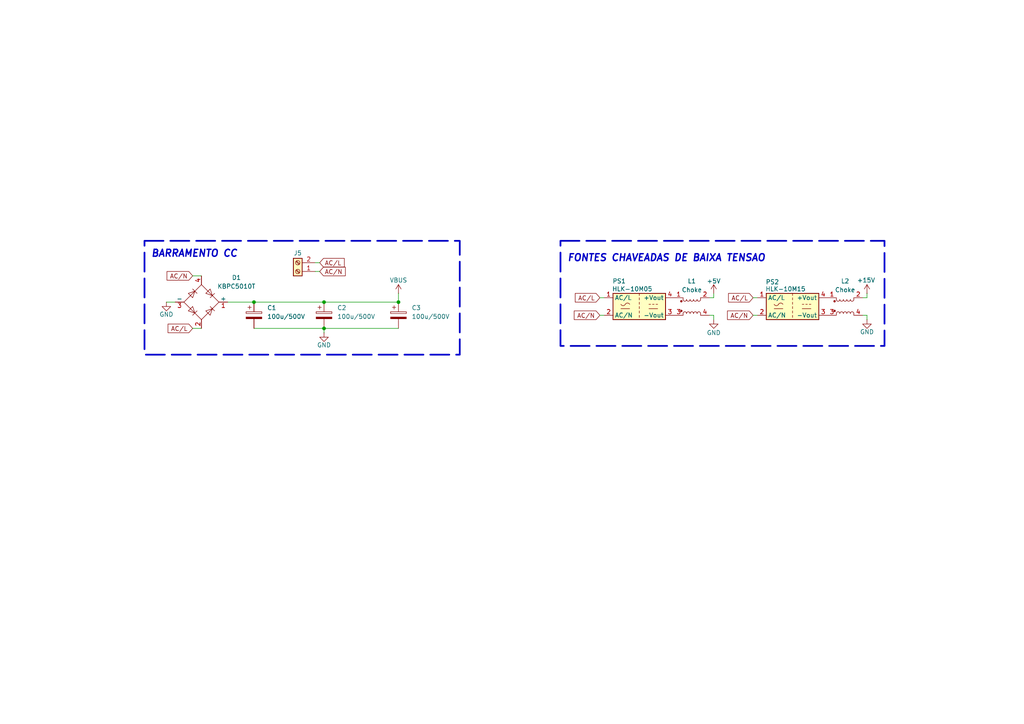
<source format=kicad_sch>
(kicad_sch (version 20231120) (generator "eeschema") (generator_version "8.0")
  (paper "A4")
  (title_block (title "Fonte de Entrada do Inversor") (date "2025-02-22") (rev "V1") (company "Autor: José Fonseca") (comment 1 "UFPEL") (comment 2 "GSIC"))
  (lib_symbols
    (symbol "Connector:Screw_Terminal_01x02" (pin_names (offset 1.016) hide)
      (property "Reference" "J" (at 0 2.54 0))
      (property "Value" "Screw_Terminal_01x02" (at 0 -5.08 0))
      (symbol "Screw_Terminal_01x02_1_1"
        (rectangle (start -1.27 1.27) (end 1.27 -3.81) (stroke (width 0.254)) (fill (type background)))
        (circle (center 0 -2.54) (radius 0.635) (stroke (width 0.1524)))
        (polyline (pts (xy -0.5334 -2.2098) (xy 0.3302 -3.048)) (stroke (width 0.1524)))
        (polyline (pts (xy -0.5334 0.3302) (xy 0.3302 -0.508)) (stroke (width 0.1524)))
        (polyline (pts (xy -0.3556 -2.032) (xy 0.508 -2.8702)) (stroke (width 0.1524)))
        (polyline (pts (xy -0.3556 0.508) (xy 0.508 -0.3302)) (stroke (width 0.1524)))
        (circle (center 0 0) (radius 0.635) (stroke (width 0.1524)))
        (pin passive line (at -5.08 0 0) (length 3.81) (name "Pin_1") (number "1"))
        (pin passive line (at -5.08 -2.54 0) (length 3.81) (name "Pin_2") (number "2"))
      )
    )
    (symbol "Converter_ACDC:HLK-10M05"
      (property "Reference" "PS" (at 0 5.08 0))
      (property "Value" "HLK-10M05" (at 0 -5.08 0))
      (symbol "HLK-10M05_0_1"
        (rectangle (start -7.62 3.81) (end 7.62 -3.81) (stroke (width 0.254)) (fill (type background)))
        (arc (start -5.334 0.635) (mid -4.699 0.2495) (end -4.064 0.635))
        (arc (start -2.794 0.635) (mid -3.429 1.0072) (end -4.064 0.635))
        (polyline (pts (xy -5.334 -0.635) (xy -2.794 -0.635)))
        (polyline (pts (xy 0 -2.54) (xy 0 -3.175)))
        (polyline (pts (xy 0 -1.27) (xy 0 -1.905)))
        (polyline (pts (xy 0 0) (xy 0 -0.635)))
        (polyline (pts (xy 0 1.27) (xy 0 0.635)))
        (polyline (pts (xy 0 2.54) (xy 0 1.905)))
        (polyline (pts (xy 0 3.81) (xy 0 3.175)))
        (polyline (pts (xy 2.794 -0.635) (xy 5.334 -0.635)))
        (polyline (pts (xy 2.794 0.635) (xy 3.302 0.635)))
        (polyline (pts (xy 3.81 0.635) (xy 4.318 0.635)))
        (polyline (pts (xy 4.826 0.635) (xy 5.334 0.635)))
      )
      (symbol "HLK-10M05_1_1"
        (pin power_in line (at -10.16 2.54 0) (length 2.54) (name "AC/L") (number "1"))
        (pin power_in line (at -10.16 -2.54 0) (length 2.54) (name "AC/N") (number "2"))
        (pin power_out line (at 10.16 -2.54 180) (length 2.54) (name "-Vout") (number "3"))
        (pin power_out line (at 10.16 2.54 180) (length 2.54) (name "+Vout") (number "4"))
      )
    )
    (symbol "Converter_ACDC:HLK-10M15"
      (property "Reference" "PS" (at 0 5.08 0))
      (property "Value" "HLK-10M15" (at 0 -5.08 0))
      (symbol "HLK-10M15_0_1"
        (rectangle (start -7.62 3.81) (end 7.62 -3.81) (stroke (width 0.254)) (fill (type background)))
        (arc (start -5.334 0.635) (mid -4.699 0.2495) (end -4.064 0.635))
        (arc (start -2.794 0.635) (mid -3.429 1.0072) (end -4.064 0.635))
        (polyline (pts (xy -5.334 -0.635) (xy -2.794 -0.635)))
        (polyline (pts (xy 0 -2.54) (xy 0 -3.175)))
        (polyline (pts (xy 0 -1.27) (xy 0 -1.905)))
        (polyline (pts (xy 0 0) (xy 0 -0.635)))
        (polyline (pts (xy 0 1.27) (xy 0 0.635)))
        (polyline (pts (xy 0 2.54) (xy 0 1.905)))
        (polyline (pts (xy 0 3.81) (xy 0 3.175)))
        (polyline (pts (xy 2.794 -0.635) (xy 5.334 -0.635)))
        (polyline (pts (xy 2.794 0.635) (xy 3.302 0.635)))
        (polyline (pts (xy 3.81 0.635) (xy 4.318 0.635)))
        (polyline (pts (xy 4.826 0.635) (xy 5.334 0.635)))
      )
      (symbol "HLK-10M15_1_1"
        (pin power_in line (at -10.16 2.54 0) (length 2.54) (name "AC/L") (number "1"))
        (pin power_in line (at -10.16 -2.54 0) (length 2.54) (name "AC/N") (number "2"))
        (pin power_out line (at 10.16 -2.54 180) (length 2.54) (name "-Vout") (number "3"))
        (pin power_out line (at 10.16 2.54 180) (length 2.54) (name "+Vout") (number "4"))
      )
    )
    (symbol "Device:C_Polarized" (pin_numbers hide) (pin_names (offset 0.254))
      (property "Reference" "C" (at 0.635 2.54 0))
      (property "Value" "C_Polarized" (at 0.635 -2.54 0))
      (symbol "C_Polarized_0_1"
        (rectangle (start -2.286 0.508) (end 2.286 1.016))
        (polyline (pts (xy -1.778 2.286) (xy -0.762 2.286)))
        (polyline (pts (xy -1.27 2.794) (xy -1.27 1.778)))
        (rectangle (start 2.286 -0.508) (end -2.286 -1.016) (fill (type outline)))
      )
      (symbol "C_Polarized_1_1"
        (pin passive line (at 0 3.81 270) (length 2.794) (name "~") (number "1"))
        (pin passive line (at 0 -3.81 90) (length 2.794) (name "~") (number "2"))
      )
    )
    (symbol "Device:L_Coupled" (pin_names (offset 0.254) hide)
      (property "Reference" "L" (at 0 4.445 0))
      (property "Value" "L_Coupled" (at 0 -4.445 0))
      (symbol "L_Coupled_0_1"
        (circle (center -3.048 -1.27) (radius 0.254) (fill (type outline)))
        (circle (center -3.048 1.524) (radius 0.254) (fill (type outline)))
        (arc (start -2.54 2.032) (mid -2.032 1.5262) (end -1.524 2.032))
        (arc (start -1.524 -2.032) (mid -2.032 -1.5262) (end -2.54 -2.032))
        (arc (start -1.524 2.032) (mid -1.016 1.5262) (end -0.508 2.032))
        (arc (start -0.508 -2.032) (mid -1.016 -1.5262) (end -1.524 -2.032))
        (arc (start -0.508 2.032) (mid 0 1.5262) (end 0.508 2.032))
        (polyline (pts (xy -2.54 -2.032) (xy -2.54 -2.54)))
        (polyline (pts (xy -2.54 2.032) (xy -2.54 2.54)))
        (polyline (pts (xy 2.54 -2.032) (xy 2.54 -2.54)))
        (polyline (pts (xy 2.54 2.54) (xy 2.54 2.032)))
        (arc (start 0.508 -2.032) (mid 0 -1.5262) (end -0.508 -2.032))
        (arc (start 0.508 2.032) (mid 1.016 1.5262) (end 1.524 2.032))
        (arc (start 1.524 -2.032) (mid 1.016 -1.5262) (end 0.508 -2.032))
        (arc (start 1.524 2.032) (mid 2.032 1.5262) (end 2.54 2.032))
        (arc (start 2.54 -2.032) (mid 2.032 -1.5262) (end 1.524 -2.032))
      )
      (symbol "L_Coupled_1_1"
        (pin passive line (at -5.08 2.54 0) (length 2.54) (name "1") (number "1"))
        (pin passive line (at 5.08 2.54 180) (length 2.54) (name "2") (number "2"))
        (pin passive line (at -5.08 -2.54 0) (length 2.54) (name "3") (number "3"))
        (pin passive line (at 5.08 -2.54 180) (length 2.54) (name "4") (number "4"))
      )
    )
    (symbol "Diode_Bridge:KBPC5010T" (pin_names (offset 0))
      (property "Reference" "D" (at 7.62 7.62 0))
      (property "Value" "KBPC5010T" (at 7.62 5.08 0))
      (symbol "KBPC5010T_0_1"
        (polyline (pts (xy -2.54 3.81) (xy -1.27 2.54)))
        (polyline (pts (xy -1.27 -2.54) (xy -2.54 -3.81)))
        (polyline (pts (xy 2.54 -1.27) (xy 3.81 -2.54)))
        (polyline (pts (xy 2.54 1.27) (xy 3.81 2.54)))
        (polyline (pts (xy -3.81 2.54) (xy -2.54 1.27) (xy -1.905 3.175) (xy -3.81 2.54)))
        (polyline (pts (xy -2.54 -1.27) (xy -3.81 -2.54) (xy -1.905 -3.175) (xy -2.54 -1.27)))
        (polyline (pts (xy 1.27 2.54) (xy 2.54 3.81) (xy 3.175 1.905) (xy 1.27 2.54)))
        (polyline (pts (xy 3.175 -1.905) (xy 1.27 -2.54) (xy 2.54 -3.81) (xy 3.175 -1.905)))
        (polyline (pts (xy -5.08 0) (xy 0 -5.08) (xy 5.08 0) (xy 0 5.08) (xy -5.08 0)))
      )
      (symbol "KBPC5010T_1_1"
        (pin passive line (at 7.62 0 180) (length 2.54) (name "+") (number "1"))
        (pin passive line (at 0 -7.62 90) (length 2.54) (name "~") (number "2"))
        (pin passive line (at -7.62 0 0) (length 2.54) (name "-") (number "3"))
        (pin passive line (at 0 7.62 270) (length 2.54) (name "~") (number "4"))
      )
    )
    (symbol "power:+15V" (power) (pin_numbers hide) (pin_names (offset 0) hide)
      (property "Value" "+15V" (at 0 3.556 0))
      (symbol "+15V_0_1"
        (polyline (pts (xy -0.762 1.27) (xy 0 2.54)))
        (polyline (pts (xy 0 0) (xy 0 2.54)))
        (polyline (pts (xy 0 2.54) (xy 0.762 1.27)))
      )
      (symbol "+15V_1_1"
        (pin power_in line (at 0 0 90) (length 0) (name "~") (number "1"))
      )
    )
    (symbol "power:+5V" (power) (pin_numbers hide) (pin_names (offset 0) hide)
      (property "Value" "+5V" (at 0 3.556 0))
      (symbol "+5V_0_1"
        (polyline (pts (xy -0.762 1.27) (xy 0 2.54)))
        (polyline (pts (xy 0 0) (xy 0 2.54)))
        (polyline (pts (xy 0 2.54) (xy 0.762 1.27)))
      )
      (symbol "+5V_1_1"
        (pin power_in line (at 0 0 90) (length 0) (name "~") (number "1"))
      )
    )
    (symbol "power:GND" (power) (pin_numbers hide) (pin_names (offset 0) hide)
      (property "Value" "GND" (at 0 -3.81 0))
      (symbol "GND_0_1"
        (polyline (pts (xy 0 0) (xy 0 -1.27) (xy 1.27 -1.27) (xy 0 -2.54) (xy -1.27 -1.27) (xy 0 -1.27)))
      )
      (symbol "GND_1_1"
        (pin power_in line (at 0 0 270) (length 0) (name "~") (number "1"))
      )
    )
    (symbol "power:VBUS" (power) (pin_numbers hide) (pin_names (offset 0) hide)
      (property "Value" "VBUS" (at 0 3.556 0))
      (symbol "VBUS_0_1"
        (polyline (pts (xy -0.762 1.27) (xy 0 2.54)))
        (polyline (pts (xy 0 0) (xy 0 2.54)))
        (polyline (pts (xy 0 2.54) (xy 0.762 1.27)))
      )
      (symbol "VBUS_1_1"
        (pin power_in line (at 0 0 90) (length 0) (name "~") (number "1"))
      )
    )
  )
  (junction (at 93.98 95.25))
  (junction (at 115.57 87.63))
  (junction (at 93.98 87.63))
  (junction (at 73.66 87.63))
  (wire (pts (xy 93.98 96.52) (xy 93.98 95.25)))
  (wire (pts (xy 218.44 91.44) (xy 219.71 91.44)))
  (wire (pts (xy 218.44 86.36) (xy 219.71 86.36)))
  (wire (pts (xy 92.71 76.2) (xy 91.44 76.2)))
  (wire (pts (xy 55.88 80.01) (xy 58.42 80.01)))
  (wire (pts (xy 207.01 91.44) (xy 207.01 92.71)))
  (wire (pts (xy 205.74 91.44) (xy 207.01 91.44)))
  (wire (pts (xy 48.26 87.63) (xy 50.8 87.63)))
  (wire (pts (xy 73.66 87.63) (xy 93.98 87.63)))
  (wire (pts (xy 55.88 95.25) (xy 58.42 95.25)))
  (wire (pts (xy 251.46 86.36) (xy 251.46 85.09)))
  (wire (pts (xy 92.71 78.74) (xy 91.44 78.74)))
  (wire (pts (xy 173.99 86.36) (xy 175.26 86.36)))
  (wire (pts (xy 251.46 91.44) (xy 251.46 92.71)))
  (wire (pts (xy 173.99 91.44) (xy 175.26 91.44)))
  (wire (pts (xy 250.19 91.44) (xy 251.46 91.44)))
  (wire (pts (xy 250.19 86.36) (xy 251.46 86.36)))
  (wire (pts (xy 207.01 86.36) (xy 207.01 85.09)))
  (wire (pts (xy 73.66 95.25) (xy 93.98 95.25)))
  (wire (pts (xy 93.98 95.25) (xy 115.57 95.25)))
  (wire (pts (xy 93.98 87.63) (xy 115.57 87.63)))
  (wire (pts (xy 207.01 86.36) (xy 205.74 86.36)))
  (wire (pts (xy 66.04 87.63) (xy 73.66 87.63)))
  (wire (pts (xy 115.57 85.09) (xy 115.57 87.63)))
  (rectangle (start 162.56 69.85) (end 256.54 100.33) (stroke (width 0.5) (type dash)))
  (rectangle (start 41.91 69.85) (end 133.35 102.87) (stroke (width 0.5) (type dash)))
  (text "BARRAMENTO CC" (at 56.388 73.66 0) (effects (font (size 2 2) (bold yes) (italic yes))))
  (text "FONTES CHAVEADAS DE BAIXA TENSAO" (at 193.294 74.93 0) (effects (font (size 2 2) (bold yes) (italic yes))))
  (global_label "AC{slash}N" (shape input) (at 92.71 78.74 0) (property "Intersheetrefs" "${INTERSHEET_REFS}" (effects (hide yes))))
  (global_label "AC{slash}L" (shape input) (at 55.88 95.25 180) (property "Intersheetrefs" "${INTERSHEET_REFS}" (effects (hide yes))))
  (global_label "AC{slash}L" (shape input) (at 173.99 86.36 180) (property "Intersheetrefs" "${INTERSHEET_REFS}" (effects (hide yes))))
  (global_label "AC{slash}L" (shape input) (at 218.44 86.36 180) (property "Intersheetrefs" "${INTERSHEET_REFS}" (effects (hide yes))))
  (global_label "AC{slash}N" (shape input) (at 173.99 91.44 180) (property "Intersheetrefs" "${INTERSHEET_REFS}" (effects (hide yes))))
  (global_label "AC{slash}N" (shape input) (at 55.88 80.01 180) (property "Intersheetrefs" "${INTERSHEET_REFS}" (effects (hide yes))))
  (global_label "AC{slash}N" (shape input) (at 218.44 91.44 180) (property "Intersheetrefs" "${INTERSHEET_REFS}" (effects (hide yes))))
  (global_label "AC{slash}L" (shape input) (at 92.71 76.2 0) (property "Intersheetrefs" "${INTERSHEET_REFS}" (effects (hide yes))))
  (symbol (lib_id "power:GND") (at 207.01 92.71 0) (unit 1)
    (property "Reference" "#PWR04" (effects (hide yes)))
    (property "Value" "GND" (at 207.01 96.52 0))
    (property "Description" "Power symbol creates a global label with name \"GND\" , ground" (effects (hide yes)))
  )
  (symbol (lib_id "Converter_ACDC:HLK-10M15") (at 229.87 88.9 0) (unit 1)
    (property "Reference" "PS2" (at 224.028 81.788 0))
    (property "Value" "HLK-10M15" (at 227.838 83.82 0))
    (property "Footprint" "Converter_ACDC:Converter_ACDC_Hi-Link_HLK-10Mxx" (effects (hide yes)))
    (property "Datasheet" "http://h.hlktech.com/download/ACDC%E7%94%B5%E6%BA%90%E6%A8%A1%E5%9D%9710W%E7%B3%BB%E5%88%97/1/%E6%B5%B7%E5%87%8C%E7%A7%9110W%E7%B3%BB%E5%88%97%E7%94%B5%E6%BA%90%E6%A8%A1%E5%9D%97%E8%A7%84%E6%A0%BC%E4%B9%A6V1.8.pdf" (effects (hide yes)))
    (property "Description" "Compact AC/DC board mount power module 10W 15V" (effects (hide yes)))
  )
  (symbol (lib_id "power:GND") (at 251.46 92.71 0) (unit 1)
    (property "Reference" "#PWR09" (effects (hide yes)))
    (property "Value" "GND" (at 251.46 96.266 0))
    (property "Description" "Power symbol creates a global label with name \"GND\" , ground" (effects (hide yes)))
  )
  (symbol (lib_id "power:GND") (at 48.26 87.63 0) (unit 1)
    (property "Reference" "#PWR01" (effects (hide yes)))
    (property "Value" "GND" (at 48.26 91.186 0))
    (property "Description" "Power symbol creates a global label with name \"GND\" , ground" (effects (hide yes)))
  )
  (symbol (lib_id "power:+5V") (at 207.01 85.09 0) (unit 1)
    (property "Reference" "#PWR03" (effects (hide yes)))
    (property "Value" "+5V" (at 207.01 81.534 0))
    (property "Description" "Power symbol creates a global label with name \"+5V\"" (effects (hide yes)))
  )
  (symbol (lib_id "Converter_ACDC:HLK-10M05") (at 185.42 88.9 0) (unit 1)
    (property "Reference" "PS1" (at 179.578 81.534 0))
    (property "Value" "HLK-10M05" (at 183.388 83.82 0))
    (property "Footprint" "Converter_ACDC:Converter_ACDC_Hi-Link_HLK-10Mxx" (effects (hide yes)))
    (property "Datasheet" "http://h.hlktech.com/download/ACDC%E7%94%B5%E6%BA%90%E6%A8%A1%E5%9D%9710W%E7%B3%BB%E5%88%97/1/%E6%B5%B7%E5%87%8C%E7%A7%9110W%E7%B3%BB%E5%88%97%E7%94%B5%E6%BA%90%E6%A8%A1%E5%9D%97%E8%A7%84%E6%A0%BC%E4%B9%A6V1.8.pdf" (effects (hide yes)))
    (property "Description" "Compact AC/DC board mount power module 10W 5V" (effects (hide yes)))
  )
  (symbol (lib_id "Device:C_Polarized") (at 115.57 91.44 0) (unit 1)
    (property "Reference" "C3" (at 119.38 89.2809 0) (effects (justify left)))
    (property "Value" "100u/500V" (at 119.38 91.8209 0) (effects (justify left)))
    (property "Footprint" "Capacitor_THT:CP_Radial_D22.0mm_P10.00mm_SnapIn" (effects (hide yes)))
    (property "Description" "Polarized capacitor" (effects (hide yes)))
  )
  (symbol (lib_id "Connector:Screw_Terminal_01x02") (at 86.36 78.74 180) (unit 1)
    (property "Reference" "J5" (at 86.36 73.406 0))
    (property "Value" "Screw_Terminal_01x02" (effects (hide yes)))
    (property "Footprint" "TerminalBlock_Phoenix:TerminalBlock_Phoenix_MKDS-1,5-2_1x02_P5.00mm_Horizontal" (effects (hide yes)))
    (property "Description" "Generic screw terminal, single row, 01x02, script generated (kicad-library-utils/schlib/autogen/connector/)" (effects (hide yes)))
  )
  (symbol (lib_id "power:VBUS") (at 115.57 85.09 0) (unit 1)
    (property "Reference" "#PWR050" (effects (hide yes)))
    (property "Value" "VBUS" (at 115.57 81.28 0))
    (property "Description" "Power symbol creates a global label with name \"VBUS\"" (effects (hide yes)))
  )
  (symbol (lib_id "Device:C_Polarized") (at 93.98 91.44 0) (unit 1)
    (property "Reference" "C2" (at 97.79 89.2809 0) (effects (justify left)))
    (property "Value" "100u/500V" (at 97.79 91.8209 0) (effects (justify left)))
    (property "Footprint" "Capacitor_THT:CP_Radial_D22.0mm_P10.00mm_SnapIn" (effects (hide yes)))
    (property "Description" "Polarized capacitor" (effects (hide yes)))
  )
  (symbol (lib_id "Diode_Bridge:KBPC5010T") (at 58.42 87.63 0) (unit 1)
    (property "Reference" "D1" (at 68.58 80.518 0))
    (property "Value" "KBPC5010T" (at 68.58 83.058 0))
    (property "Footprint" "Diode_THT:Diode_Bridge_DIGITRON_KBPC_T" (effects (hide yes)))
    (property "Datasheet" "https://www.diodemodule.com/bridge-rectifier/kbpc/kbpc5010t.pdf" (effects (hide yes)))
    (property "Description" "Single-Phase Bridge Rectifier, 700V Vrms, 50A If, KBPC-T(FP)" (effects (hide yes)))
  )
  (symbol (lib_id "Device:L_Coupled") (at 200.66 88.9 0) (unit 1)
    (property "Reference" "L1" (at 200.66 81.534 0))
    (property "Value" "Choke" (at 200.66 84.074 0))
    (property "Footprint" "Inductor_THT:L_CommonMode_Toroid_Vertical_L19.3mm_W10.8mm_Px6.35mm_Py15.24mm_Bourns_8100" (effects (hide yes)))
    (property "Description" "Coupled inductor" (effects (hide yes)))
  )
  (symbol (lib_id "power:+15V") (at 251.46 85.09 0) (unit 1)
    (property "Reference" "#PWR08" (effects (hide yes)))
    (property "Value" "+15V" (at 251.206 81.28 0))
    (property "Description" "Power symbol creates a global label with name \"+15V\"" (effects (hide yes)))
  )
  (symbol (lib_id "Device:C_Polarized") (at 73.66 91.44 0) (unit 1)
    (property "Reference" "C1" (at 77.47 89.2809 0) (effects (justify left)))
    (property "Value" "100u/500V" (at 77.47 91.8209 0) (effects (justify left)))
    (property "Footprint" "Capacitor_THT:CP_Radial_D22.0mm_P10.00mm_SnapIn" (effects (hide yes)))
    (property "Description" "Polarized capacitor" (effects (hide yes)))
  )
  (symbol (lib_id "power:GND") (at 93.98 96.52 0) (unit 1)
    (property "Reference" "#PWR02" (effects (hide yes)))
    (property "Value" "GND" (at 93.98 100.076 0))
    (property "Description" "Power symbol creates a global label with name \"GND\" , ground" (effects (hide yes)))
  )
  (symbol (lib_id "Device:L_Coupled") (at 245.11 88.9 0) (unit 1)
    (property "Reference" "L2" (at 245.11 81.534 0))
    (property "Value" "Choke" (at 245.11 84.074 0))
    (property "Footprint" "Inductor_THT:L_CommonMode_Toroid_Vertical_L19.3mm_W10.8mm_Px6.35mm_Py15.24mm_Bourns_8100" (effects (hide yes)))
    (property "Description" "Coupled inductor" (effects (hide yes)))
  )
)
</source>
